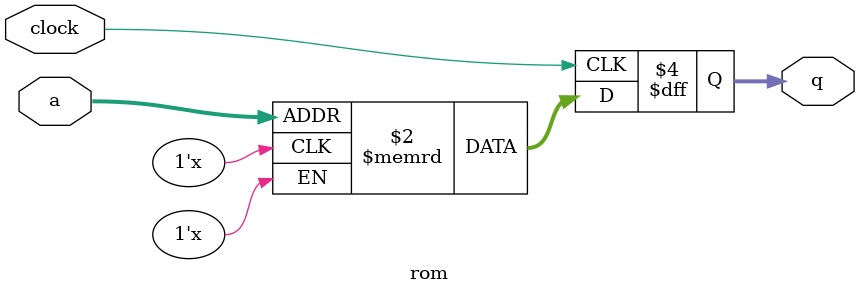
<source format=v>
module rom
//-------------------------------------------------------------------------------------------------
#
(
	parameter KB = 0,
	parameter FN = ""
)
(
	input  wire                      clock,
	input  wire[$clog2(KB*1024)-1:0] a,
	output reg [                7:0] q
);
//-------------------------------------------------------------------------------------------------

reg[7:0] mem[0:(KB*1024)-1];
initial if(FN != "") $readmemh(FN, mem);

always @(posedge clock) q <= mem[a];

//-------------------------------------------------------------------------------------------------
endmodule
//-------------------------------------------------------------------------------------------------

</source>
